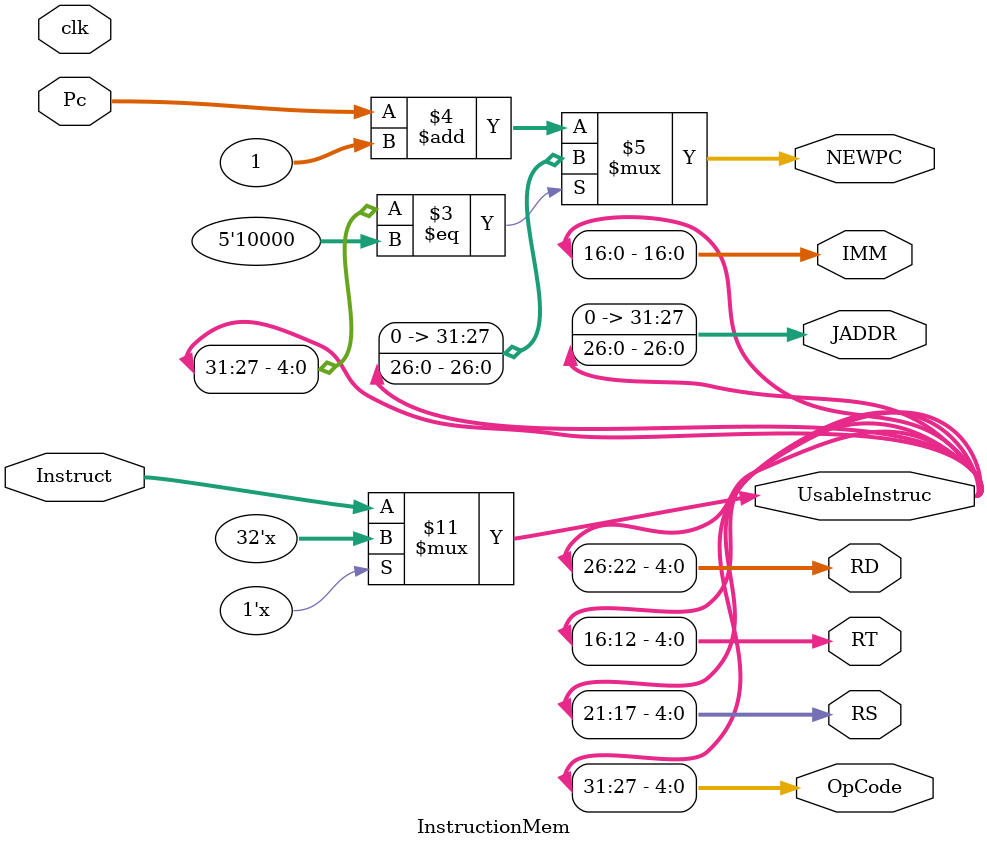
<source format=v>
`timescale 1ns / 1ps

module InstructionMem(Instruct,Pc,clk,OpCode,RS,RT,RD,IMM,JADDR,UsableInstruc,NEWPC);
	input clk;
	input [31:0] Instruct;
	input  [31:0] Pc;
  	output reg [4:0] OpCode;
  	output reg [4:0] RS, RT, RD;
	output reg [31:0] UsableInstruc;
	output [31:0] NEWPC;
	output reg [16:0] IMM;
	output reg [31:0] JADDR;
	 
	 
	reg [0:0] ended; 
	//reg [31:0] mem [0:19];
	 
	initial begin
		ended=1'd0;
		UsableInstruc =32'b11111000000000000000000000000000;
		OpCode =5'b11111;
		RS =5'd0;
		RT =5'd0; 
		RD =5'd0;
		IMM =17'd0;
		JADDR =31'd0;

		/*
		mem[0]=32'b11111000000000000000000000000000; //NOP
		mem[1]=32'b00010000010000100000000000000001; //ADDI R1,R1,1
		mem[2]=32'b00010000100001000000000000000011; //ADDI R2,R2,3
		mem[3]=32'b11111000000000000000000000000000; //NOP
		mem[4]=32'b11111000000000000000000000000000; //NOP
		mem[5]=32'b11111000000000000000000000000000; //NOP
		mem[6]=32'b00100000110000100010000000000000; //MLT R3,R1,R2
		mem[7]=32'b11111000000000000000000000000000; //NOP
        mem[8]=32'b11111000000000000000000000000000; //NOP
        mem[9]=32'b11111000000000000000000000000000; //NOP
		mem[10]=32'b01110000010001100000000000001111; //BEQ R1,R3,15                                                                    
        mem[11]=32'b11111000000000000000000000000000; //NOP
        mem[12]=32'b11111000000000000000000000000000; //NOP
        mem[13]=32'b11111000000000000000000000000000; //NOP
		mem[14]=32'b10000000000000000000000000010010; //J 18
		mem[15]=32'b10001001000001000001000000000000; //CMP R4,R2,R1                                                                                                              
		mem[16]=32'b11111000000000000000000000000000; //NOP
	    mem[17]=32'b11111000000000000000000000000000; //NOP   
	    mem[18]=32'b11111000000000000000000000000000; //NOP
	    mem[19]=32'b11111111111111111111111111111111; //END*/
	
	end 
	
	
	always @ (Instruct or Pc or ended or UsableInstruc) begin
		if (ended) UsableInstruc=32'b11111000000000000000000000000000;
		else if (UsableInstruc==32'b11111111111111111111111111111111) ended=1'd1;		
		else UsableInstruc=Instruct;

		
		OpCode = UsableInstruc[31:27];
		RS = UsableInstruc[21:17];
		RT = UsableInstruc[16:12];
		RD = UsableInstruc[26:22];
		IMM = UsableInstruc[16:0];
		JADDR[26:0] = UsableInstruc[26:0];
		JADDR[31:27]=5'd0;
                                                                
	 end
	 assign NEWPC = (OpCode==5'd16)? JADDR: Pc+1; 

	 
endmodule
</source>
